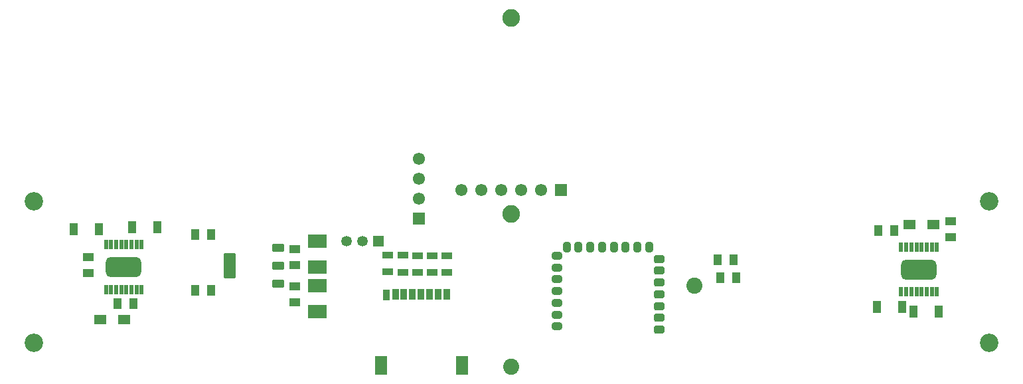
<source format=gbs>
G04*
G04 #@! TF.GenerationSoftware,Altium Limited,Altium Designer,21.3.2 (30)*
G04*
G04 Layer_Color=16711935*
%FSLAX43Y43*%
%MOMM*%
G71*
G04*
G04 #@! TF.SameCoordinates,66AE08A6-6C82-4575-8D08-AF68D2AC6B58*
G04*
G04*
G04 #@! TF.FilePolarity,Negative*
G04*
G01*
G75*
%ADD43R,1.118X1.575*%
%ADD48R,1.321X1.067*%
%ADD50R,1.321X0.940*%
%ADD52R,1.067X1.321*%
%ADD60C,2.051*%
%ADD61C,1.351*%
%ADD62R,1.351X1.351*%
%ADD63C,2.251*%
%ADD64C,2.351*%
%ADD65C,2.351*%
%ADD66C,0.751*%
%ADD67C,1.551*%
%ADD68R,1.551X1.551*%
%ADD69R,1.551X1.551*%
G04:AMPARAMS|DCode=95|XSize=0.951mm|YSize=1.321mm|CornerRadius=0.25mm|HoleSize=0mm|Usage=FLASHONLY|Rotation=0.000|XOffset=0mm|YOffset=0mm|HoleType=Round|Shape=RoundedRectangle|*
%AMROUNDEDRECTD95*
21,1,0.951,0.820,0,0,0.0*
21,1,0.450,1.321,0,0,0.0*
1,1,0.501,0.225,-0.410*
1,1,0.501,-0.225,-0.410*
1,1,0.501,-0.225,0.410*
1,1,0.501,0.225,0.410*
%
%ADD95ROUNDEDRECTD95*%
G04:AMPARAMS|DCode=96|XSize=1.051mm|YSize=1.321mm|CornerRadius=0.275mm|HoleSize=0mm|Usage=FLASHONLY|Rotation=90.000|XOffset=0mm|YOffset=0mm|HoleType=Round|Shape=RoundedRectangle|*
%AMROUNDEDRECTD96*
21,1,1.051,0.770,0,0,90.0*
21,1,0.500,1.321,0,0,90.0*
1,1,0.551,0.385,0.250*
1,1,0.551,0.385,-0.250*
1,1,0.551,-0.385,-0.250*
1,1,0.551,-0.385,0.250*
%
%ADD96ROUNDEDRECTD96*%
G04:AMPARAMS|DCode=97|XSize=0.951mm|YSize=1.321mm|CornerRadius=0.25mm|HoleSize=0mm|Usage=FLASHONLY|Rotation=270.000|XOffset=0mm|YOffset=0mm|HoleType=Round|Shape=RoundedRectangle|*
%AMROUNDEDRECTD97*
21,1,0.951,0.820,0,0,270.0*
21,1,0.450,1.321,0,0,270.0*
1,1,0.501,-0.410,-0.225*
1,1,0.501,-0.410,0.225*
1,1,0.501,0.410,0.225*
1,1,0.501,0.410,-0.225*
%
%ADD97ROUNDEDRECTD97*%
%ADD98R,1.551X2.451*%
%ADD99R,0.851X1.351*%
G04:AMPARAMS|DCode=100|XSize=0.951mm|YSize=1.501mm|CornerRadius=0.075mm|HoleSize=0mm|Usage=FLASHONLY|Rotation=90.000|XOffset=0mm|YOffset=0mm|HoleType=Round|Shape=RoundedRectangle|*
%AMROUNDEDRECTD100*
21,1,0.951,1.351,0,0,90.0*
21,1,0.801,1.501,0,0,90.0*
1,1,0.150,0.676,0.401*
1,1,0.150,0.676,-0.401*
1,1,0.150,-0.676,-0.401*
1,1,0.150,-0.676,0.401*
%
%ADD100ROUNDEDRECTD100*%
G04:AMPARAMS|DCode=101|XSize=3.201mm|YSize=1.501mm|CornerRadius=0.076mm|HoleSize=0mm|Usage=FLASHONLY|Rotation=90.000|XOffset=0mm|YOffset=0mm|HoleType=Round|Shape=RoundedRectangle|*
%AMROUNDEDRECTD101*
21,1,3.201,1.349,0,0,90.0*
21,1,3.049,1.501,0,0,90.0*
1,1,0.152,0.674,1.524*
1,1,0.152,0.674,-1.524*
1,1,0.152,-0.674,-1.524*
1,1,0.152,-0.674,1.524*
%
%ADD101ROUNDEDRECTD101*%
G04:AMPARAMS|DCode=102|XSize=2.551mm|YSize=4.551mm|CornerRadius=0.65mm|HoleSize=0mm|Usage=FLASHONLY|Rotation=90.000|XOffset=0mm|YOffset=0mm|HoleType=Round|Shape=RoundedRectangle|*
%AMROUNDEDRECTD102*
21,1,2.551,3.250,0,0,90.0*
21,1,1.250,4.551,0,0,90.0*
1,1,1.301,1.625,0.625*
1,1,1.301,1.625,-0.625*
1,1,1.301,-1.625,-0.625*
1,1,1.301,-1.625,0.625*
%
%ADD102ROUNDEDRECTD102*%
G04:AMPARAMS|DCode=103|XSize=0.451mm|YSize=1.251mm|CornerRadius=0.075mm|HoleSize=0mm|Usage=FLASHONLY|Rotation=0.000|XOffset=0mm|YOffset=0mm|HoleType=Round|Shape=RoundedRectangle|*
%AMROUNDEDRECTD103*
21,1,0.451,1.100,0,0,0.0*
21,1,0.300,1.251,0,0,0.0*
1,1,0.151,0.150,-0.550*
1,1,0.151,-0.150,-0.550*
1,1,0.151,-0.150,0.550*
1,1,0.151,0.150,0.550*
%
%ADD103ROUNDEDRECTD103*%
%ADD104R,2.337X1.676*%
%ADD105R,1.626X1.270*%
D43*
X5850Y68000D02*
D03*
X2598D02*
D03*
X108300Y58050D02*
D03*
X105048D02*
D03*
X10050Y68200D02*
D03*
X13302D02*
D03*
X112950Y57500D02*
D03*
X109698D02*
D03*
D48*
X114450Y66950D02*
D03*
Y68982D02*
D03*
X30800Y63418D02*
D03*
Y65450D02*
D03*
X30850Y60700D02*
D03*
Y58668D02*
D03*
X4500Y64400D02*
D03*
Y62368D02*
D03*
D50*
X44576Y64679D02*
D03*
Y62521D02*
D03*
X42696Y64712D02*
D03*
Y62553D02*
D03*
X50215Y64630D02*
D03*
Y62471D02*
D03*
X48335Y64630D02*
D03*
Y62471D02*
D03*
X46456Y64630D02*
D03*
Y62471D02*
D03*
D52*
X84768Y64050D02*
D03*
X86800D02*
D03*
X87100Y61800D02*
D03*
X85068D02*
D03*
X20100Y60200D02*
D03*
X18068D02*
D03*
X18150Y67300D02*
D03*
X20182D02*
D03*
X107250Y67800D02*
D03*
X105218D02*
D03*
X8200Y58500D02*
D03*
X10232D02*
D03*
D60*
X81750Y60750D02*
D03*
X58400Y50450D02*
D03*
D61*
X37450Y66500D02*
D03*
X39450D02*
D03*
D62*
X41450D02*
D03*
D63*
X58450Y94950D02*
D03*
Y69950D02*
D03*
D64*
X119400Y71500D02*
D03*
Y53500D02*
D03*
D65*
X-2500D02*
D03*
Y71500D02*
D03*
D66*
X109028Y63485D02*
D03*
Y62215D02*
D03*
X110425Y63485D02*
D03*
Y62215D02*
D03*
X111949Y63485D02*
D03*
Y62342D02*
D03*
X10397Y62515D02*
D03*
Y63785D02*
D03*
X9000Y62515D02*
D03*
Y63785D02*
D03*
X7476Y62515D02*
D03*
Y63658D02*
D03*
D67*
X46650Y76990D02*
D03*
Y74450D02*
D03*
Y71910D02*
D03*
X62230Y73000D02*
D03*
X59690D02*
D03*
X57150D02*
D03*
X54610D02*
D03*
X52070D02*
D03*
D68*
X46650Y69370D02*
D03*
D69*
X64770Y73000D02*
D03*
D95*
X65500Y65700D02*
D03*
X67000D02*
D03*
X68500D02*
D03*
X70000D02*
D03*
X71500D02*
D03*
X73000D02*
D03*
X74500D02*
D03*
X76000D02*
D03*
D96*
X77250Y55200D02*
D03*
Y56700D02*
D03*
Y58200D02*
D03*
Y59700D02*
D03*
Y61200D02*
D03*
Y62700D02*
D03*
Y64200D02*
D03*
D97*
X64250Y64600D02*
D03*
Y63100D02*
D03*
Y61600D02*
D03*
Y60100D02*
D03*
Y58600D02*
D03*
Y57100D02*
D03*
Y55600D02*
D03*
D98*
X52110Y50650D02*
D03*
X41850D02*
D03*
D99*
X50237Y59650D02*
D03*
X48037D02*
D03*
X49137D02*
D03*
X46937D02*
D03*
X45837D02*
D03*
X44737D02*
D03*
X43637D02*
D03*
X42530Y59636D02*
D03*
D100*
X28675Y65600D02*
D03*
Y63300D02*
D03*
Y61000D02*
D03*
D101*
X22525Y63300D02*
D03*
D102*
X110425Y62850D02*
D03*
X9000Y63150D02*
D03*
D103*
X112700Y60000D02*
D03*
X112050D02*
D03*
X111400D02*
D03*
X110750D02*
D03*
X110100D02*
D03*
X109450D02*
D03*
X108800D02*
D03*
X108150D02*
D03*
X112700Y65700D02*
D03*
X112050D02*
D03*
X111400D02*
D03*
X110750D02*
D03*
X110100D02*
D03*
X109450D02*
D03*
X108800D02*
D03*
X108150D02*
D03*
X6725Y66000D02*
D03*
X7375D02*
D03*
X8025D02*
D03*
X9975D02*
D03*
X10625D02*
D03*
X11275D02*
D03*
X6725Y60300D02*
D03*
X7375D02*
D03*
X8025D02*
D03*
X8675D02*
D03*
X9325D02*
D03*
X9975D02*
D03*
X10625D02*
D03*
X11275D02*
D03*
X9325Y66000D02*
D03*
X8675D02*
D03*
D104*
X33650Y63148D02*
D03*
Y66450D02*
D03*
X33700Y60752D02*
D03*
Y57450D02*
D03*
D105*
X109202Y68550D02*
D03*
X112250D02*
D03*
X9048Y56450D02*
D03*
X6000D02*
D03*
M02*

</source>
